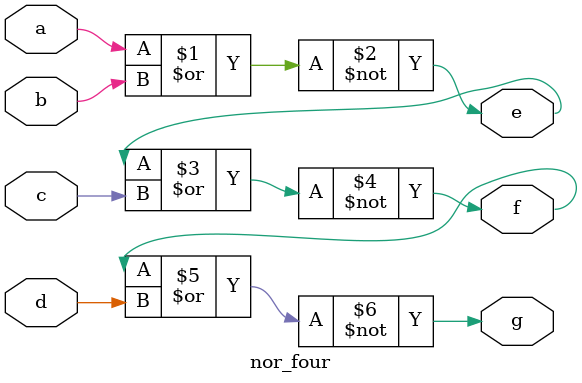
<source format=v>
`timescale 1ns / 1ps

module nor_four (a, b, c, d, e, f, g);
    input a, b, c, d;
    output e, f, g;

    assign e = ~(a|b);
    assign f = ~(e|c);
    assign g = ~(f|d);
    
endmodule

</source>
